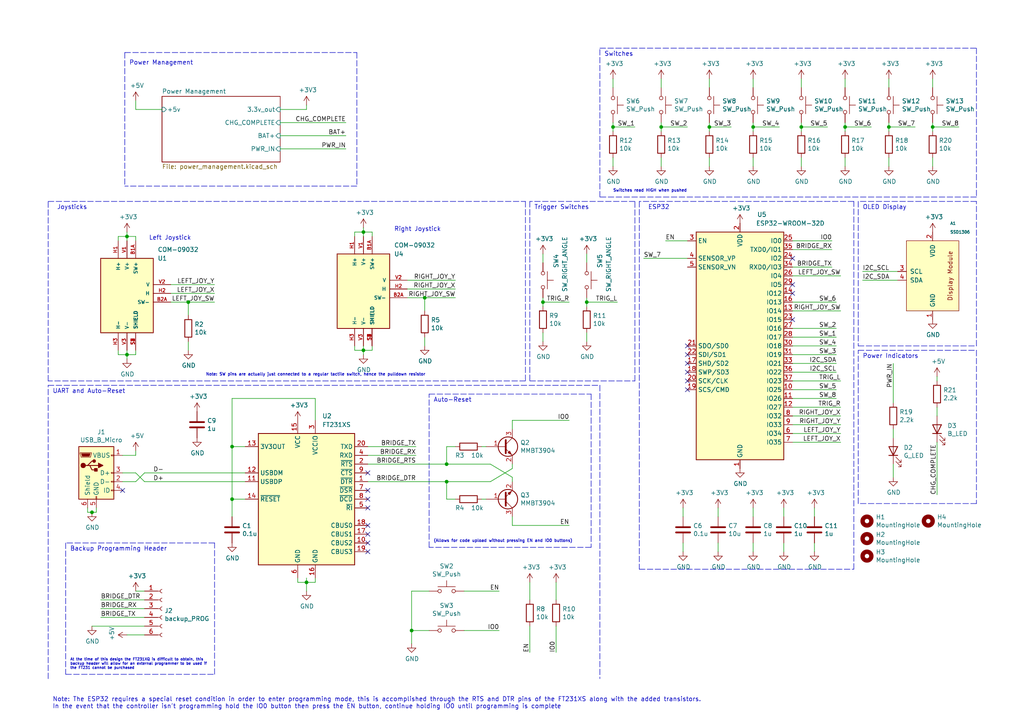
<source format=kicad_sch>
(kicad_sch (version 20211123) (generator eeschema)
  (paper "A4")
  (title_block (title "Makers Unified Controller") (date "2022-06-19") (rev "2") (company "Makers @ Oakland University") (comment 1 "Revision 1 & 2 Created By - Matthew James Bellafaire"))
  (junction (at 157.48 87.63))
  (junction (at 129.54 139.7))
  (junction (at 218.44 36.83))
  (junction (at 245.11 36.83))
  (junction (at 257.81 36.83))
  (junction (at 123.19 86.36))
  (junction (at 36.83 102.87))
  (junction (at 67.31 144.78))
  (junction (at 105.41 67.31))
  (junction (at 170.18 87.63))
  (junction (at 177.8 36.83))
  (junction (at 88.9 168.91))
  (junction (at 270.51 36.83))
  (junction (at 26.67 148.59))
  (junction (at 191.77 36.83))
  (junction (at 54.61 87.63))
  (junction (at 36.83 68.58))
  (junction (at 67.31 129.54))
  (junction (at 129.54 134.62))
  (junction (at 205.74 36.83))
  (junction (at 232.41 36.83))
  (junction (at 105.41 101.6))
  (junction (at 119.38 182.88))
  (no_connect (at 106.68 142.24))
  (no_connect (at 199.39 105.41))
  (no_connect (at 229.87 85.09))
  (no_connect (at 199.39 107.95))
  (no_connect (at 35.56 142.24))
  (no_connect (at 106.68 154.94))
  (no_connect (at 229.87 92.71))
  (no_connect (at 199.39 110.49))
  (no_connect (at 106.68 147.32))
  (no_connect (at 199.39 102.87))
  (no_connect (at 106.68 137.16))
  (no_connect (at 229.87 82.55))
  (no_connect (at 106.68 152.4))
  (no_connect (at 199.39 113.03))
  (no_connect (at 229.87 74.93))
  (no_connect (at 199.39 100.33))
  (no_connect (at 106.68 144.78))
  (no_connect (at 106.68 157.48))
  (no_connect (at 106.68 160.02))
  (wire (pts (xy 86.36 167.64) (xy 86.36 168.91)))
  (wire (pts (xy 119.38 182.88) (xy 119.38 171.45)))
  (polyline (pts (xy 248.92 100.33) (xy 283.21 100.33)))
  (wire (pts (xy 129.54 144.78) (xy 132.08 144.78)))
  (wire (pts (xy 232.41 36.83) (xy 232.41 38.1)))
  (polyline (pts (xy 13.97 111.76) (xy 173.99 111.76)))
  (wire (pts (xy 271.78 109.22) (xy 271.78 110.49)))
  (wire (pts (xy 257.81 36.83) (xy 257.81 38.1)))
  (wire (pts (xy 229.87 118.11) (xy 243.84 118.11)))
  (wire (pts (xy 81.28 39.37) (xy 100.33 39.37)))
  (wire (pts (xy 102.87 67.31) (xy 105.41 67.31)))
  (wire (pts (xy 148.59 135.89) (xy 142.24 139.7)))
  (wire (pts (xy 259.08 116.84) (xy 259.08 105.41)))
  (wire (pts (xy 245.11 22.86) (xy 245.11 25.4)))
  (wire (pts (xy 270.51 22.86) (xy 270.51 25.4)))
  (wire (pts (xy 129.54 129.54) (xy 132.08 129.54)))
  (wire (pts (xy 157.48 87.63) (xy 165.1 87.63)))
  (wire (pts (xy 26.67 148.59) (xy 27.94 148.59)))
  (wire (pts (xy 129.54 144.78) (xy 129.54 139.7)))
  (wire (pts (xy 148.59 134.62) (xy 148.59 135.89)))
  (polyline (pts (xy 36.195 15.24) (xy 103.505 15.24)))
  (polyline (pts (xy 13.97 196.85) (xy 13.97 111.76)))
  (polyline (pts (xy 173.99 13.97) (xy 283.21 13.97)))
  (polyline (pts (xy 173.99 57.15) (xy 173.99 13.97)))
  (wire (pts (xy 119.38 171.45) (xy 124.46 171.45)))
  (wire (pts (xy 36.83 68.58) (xy 36.83 67.31)))
  (wire (pts (xy 25.4 147.32) (xy 25.4 148.59)))
  (wire (pts (xy 245.11 35.56) (xy 245.11 36.83)))
  (wire (pts (xy 177.8 36.83) (xy 177.8 38.1)))
  (wire (pts (xy 229.87 110.49) (xy 243.84 110.49)))
  (wire (pts (xy 119.38 186.69) (xy 119.38 182.88)))
  (wire (pts (xy 39.37 68.58) (xy 39.37 69.85)))
  (wire (pts (xy 271.78 128.27) (xy 271.78 143.51)))
  (wire (pts (xy 191.77 45.72) (xy 191.77 48.26)))
  (wire (pts (xy 107.95 101.6) (xy 107.95 100.33)))
  (polyline (pts (xy 283.21 101.6) (xy 283.21 146.05)))
  (wire (pts (xy 177.8 36.83) (xy 184.15 36.83)))
  (wire (pts (xy 120.65 129.54) (xy 106.68 129.54)))
  (wire (pts (xy 198.12 147.32) (xy 198.12 149.86)))
  (wire (pts (xy 229.87 69.85) (xy 241.3 69.85)))
  (wire (pts (xy 67.31 144.78) (xy 67.31 149.86)))
  (wire (pts (xy 54.61 87.63) (xy 54.61 91.44)))
  (wire (pts (xy 229.87 95.25) (xy 242.57 95.25)))
  (wire (pts (xy 243.84 123.19) (xy 229.87 123.19)))
  (wire (pts (xy 102.87 100.33) (xy 102.87 101.6)))
  (wire (pts (xy 91.44 168.91) (xy 91.44 167.64)))
  (wire (pts (xy 198.12 157.48) (xy 198.12 160.02)))
  (wire (pts (xy 118.11 86.36) (xy 123.19 86.36)))
  (wire (pts (xy 177.8 22.86) (xy 177.8 25.4)))
  (wire (pts (xy 36.83 102.87) (xy 39.37 102.87)))
  (wire (pts (xy 29.21 179.07) (xy 41.91 179.07)))
  (wire (pts (xy 35.56 139.7) (xy 39.37 139.7)))
  (wire (pts (xy 148.59 152.4) (xy 165.1 152.4)))
  (wire (pts (xy 205.74 35.56) (xy 205.74 36.83)))
  (wire (pts (xy 35.56 137.16) (xy 39.37 137.16)))
  (polyline (pts (xy 19.05 195.58) (xy 62.23 195.58)))
  (wire (pts (xy 102.87 68.58) (xy 102.87 67.31)))
  (wire (pts (xy 191.77 36.83) (xy 191.77 38.1)))
  (wire (pts (xy 134.62 182.88) (xy 144.78 182.88)))
  (wire (pts (xy 39.37 137.16) (xy 41.91 139.7)))
  (wire (pts (xy 88.9 30.48) (xy 88.9 31.75)))
  (wire (pts (xy 124.46 182.88) (xy 119.38 182.88)))
  (wire (pts (xy 62.23 85.09) (xy 49.53 85.09)))
  (wire (pts (xy 157.48 96.52) (xy 157.48 99.06)))
  (wire (pts (xy 177.8 45.72) (xy 177.8 48.26)))
  (polyline (pts (xy 124.46 114.3) (xy 171.45 114.3)))
  (wire (pts (xy 132.08 83.82) (xy 118.11 83.82)))
  (wire (pts (xy 27.94 148.59) (xy 27.94 147.32)))
  (wire (pts (xy 148.59 138.43) (xy 142.24 134.62)))
  (wire (pts (xy 41.91 137.16) (xy 71.12 137.16)))
  (wire (pts (xy 191.77 35.56) (xy 191.77 36.83)))
  (wire (pts (xy 229.87 113.03) (xy 242.57 113.03)))
  (wire (pts (xy 270.51 45.72) (xy 270.51 48.26)))
  (wire (pts (xy 153.67 181.61) (xy 153.67 189.23)))
  (wire (pts (xy 241.3 77.47) (xy 229.87 77.47)))
  (wire (pts (xy 229.87 125.73) (xy 243.84 125.73)))
  (wire (pts (xy 241.3 72.39) (xy 229.87 72.39)))
  (wire (pts (xy 161.29 168.91) (xy 161.29 173.99)))
  (polyline (pts (xy 184.15 110.49) (xy 184.15 58.42)))
  (wire (pts (xy 36.83 68.58) (xy 39.37 68.58)))
  (wire (pts (xy 67.31 115.57) (xy 91.44 115.57)))
  (polyline (pts (xy 283.21 13.97) (xy 283.21 57.15)))
  (wire (pts (xy 105.41 101.6) (xy 105.41 102.87)))
  (wire (pts (xy 67.31 144.78) (xy 67.31 129.54)))
  (polyline (pts (xy 283.21 57.15) (xy 173.99 57.15)))
  (wire (pts (xy 105.41 67.31) (xy 105.41 66.04)))
  (wire (pts (xy 191.77 22.86) (xy 191.77 25.4)))
  (wire (pts (xy 34.29 102.87) (xy 36.83 102.87)))
  (wire (pts (xy 88.9 171.45) (xy 88.9 168.91)))
  (polyline (pts (xy 103.505 15.24) (xy 103.505 53.975)))
  (polyline (pts (xy 283.21 58.42) (xy 248.92 58.42)))
  (polyline (pts (xy 185.42 58.42) (xy 185.42 165.1)))
  (wire (pts (xy 25.4 148.59) (xy 26.67 148.59)))
  (wire (pts (xy 81.28 43.18) (xy 100.33 43.18)))
  (wire (pts (xy 229.87 102.87) (xy 242.57 102.87)))
  (wire (pts (xy 67.31 129.54) (xy 67.31 115.57)))
  (wire (pts (xy 243.84 80.01) (xy 229.87 80.01)))
  (wire (pts (xy 36.83 184.15) (xy 41.91 184.15)))
  (wire (pts (xy 134.62 171.45) (xy 144.78 171.45)))
  (wire (pts (xy 36.83 102.87) (xy 36.83 104.14)))
  (wire (pts (xy 205.74 36.83) (xy 212.09 36.83)))
  (wire (pts (xy 105.41 101.6) (xy 107.95 101.6)))
  (wire (pts (xy 41.91 139.7) (xy 71.12 139.7)))
  (wire (pts (xy 205.74 36.83) (xy 205.74 38.1)))
  (polyline (pts (xy 283.21 100.33) (xy 283.21 58.42)))
  (wire (pts (xy 218.44 35.56) (xy 218.44 36.83)))
  (wire (pts (xy 34.29 69.85) (xy 34.29 68.58)))
  (wire (pts (xy 88.9 168.91) (xy 91.44 168.91)))
  (wire (pts (xy 36.83 69.85) (xy 36.83 68.58)))
  (wire (pts (xy 157.48 87.63) (xy 157.48 88.9)))
  (wire (pts (xy 26.67 181.61) (xy 41.91 181.61)))
  (wire (pts (xy 105.41 100.33) (xy 105.41 101.6)))
  (wire (pts (xy 148.59 149.86) (xy 148.59 152.4)))
  (wire (pts (xy 245.11 36.83) (xy 252.73 36.83)))
  (wire (pts (xy 170.18 87.63) (xy 179.07 87.63)))
  (wire (pts (xy 218.44 22.86) (xy 218.44 25.4)))
  (wire (pts (xy 229.87 128.27) (xy 243.84 128.27)))
  (wire (pts (xy 139.7 129.54) (xy 140.97 129.54)))
  (wire (pts (xy 191.77 36.83) (xy 199.39 36.83)))
  (wire (pts (xy 170.18 86.36) (xy 170.18 87.63)))
  (wire (pts (xy 62.23 87.63) (xy 54.61 87.63)))
  (wire (pts (xy 129.54 139.7) (xy 142.24 139.7)))
  (polyline (pts (xy 184.15 58.42) (xy 153.67 58.42)))
  (polyline (pts (xy 247.65 58.42) (xy 185.42 58.42)))
  (wire (pts (xy 232.41 36.83) (xy 240.03 36.83)))
  (wire (pts (xy 35.56 132.08) (xy 39.37 132.08)))
  (wire (pts (xy 170.18 96.52) (xy 170.18 99.06)))
  (wire (pts (xy 243.84 120.65) (xy 229.87 120.65)))
  (polyline (pts (xy 171.45 114.3) (xy 171.45 158.75)))
  (wire (pts (xy 153.67 168.91) (xy 153.67 173.99)))
  (polyline (pts (xy 153.67 110.49) (xy 184.15 110.49)))
  (wire (pts (xy 36.83 101.6) (xy 36.83 102.87)))
  (wire (pts (xy 270.51 36.83) (xy 270.51 38.1)))
  (wire (pts (xy 39.37 171.45) (xy 41.91 171.45)))
  (polyline (pts (xy 13.97 58.42) (xy 152.4 58.42)))
  (polyline (pts (xy 19.05 157.48) (xy 19.05 195.58)))
  (wire (pts (xy 132.08 81.28) (xy 118.11 81.28)))
  (wire (pts (xy 236.22 160.02) (xy 236.22 157.48)))
  (wire (pts (xy 106.68 134.62) (xy 129.54 134.62)))
  (wire (pts (xy 232.41 22.86) (xy 232.41 25.4)))
  (wire (pts (xy 34.29 68.58) (xy 36.83 68.58)))
  (polyline (pts (xy 173.99 111.76) (xy 173.99 196.85)))
  (wire (pts (xy 218.44 36.83) (xy 226.06 36.83)))
  (wire (pts (xy 218.44 160.02) (xy 218.44 157.48)))
  (wire (pts (xy 62.23 82.55) (xy 49.53 82.55)))
  (wire (pts (xy 271.78 118.11) (xy 271.78 120.65)))
  (wire (pts (xy 199.39 74.93) (xy 186.69 74.93)))
  (wire (pts (xy 227.33 160.02) (xy 227.33 157.48)))
  (wire (pts (xy 106.68 139.7) (xy 129.54 139.7)))
  (wire (pts (xy 120.65 132.08) (xy 106.68 132.08)))
  (polyline (pts (xy 248.92 58.42) (xy 248.92 100.33)))
  (wire (pts (xy 91.44 115.57) (xy 91.44 121.92)))
  (wire (pts (xy 259.08 124.46) (xy 259.08 127)))
  (wire (pts (xy 218.44 36.83) (xy 218.44 38.1)))
  (wire (pts (xy 123.19 97.79) (xy 123.19 100.33)))
  (wire (pts (xy 270.51 36.83) (xy 278.13 36.83)))
  (wire (pts (xy 157.48 73.66) (xy 157.48 76.2)))
  (wire (pts (xy 229.87 100.33) (xy 242.57 100.33)))
  (wire (pts (xy 170.18 73.66) (xy 170.18 76.2)))
  (polyline (pts (xy 248.92 101.6) (xy 283.21 101.6)))
  (wire (pts (xy 88.9 31.75) (xy 81.28 31.75)))
  (wire (pts (xy 161.29 181.61) (xy 161.29 189.23)))
  (polyline (pts (xy 185.42 165.1) (xy 247.65 165.1)))
  (polyline (pts (xy 152.4 58.42) (xy 152.4 110.49)))
  (polyline (pts (xy 36.195 15.24) (xy 36.195 53.975)))
  (wire (pts (xy 242.57 105.41) (xy 229.87 105.41)))
  (wire (pts (xy 148.59 139.7) (xy 148.59 138.43)))
  (wire (pts (xy 177.8 35.56) (xy 177.8 36.83)))
  (wire (pts (xy 232.41 35.56) (xy 232.41 36.83)))
  (wire (pts (xy 105.41 68.58) (xy 105.41 67.31)))
  (wire (pts (xy 257.81 45.72) (xy 257.81 48.26)))
  (wire (pts (xy 245.11 45.72) (xy 245.11 48.26)))
  (polyline (pts (xy 247.65 165.1) (xy 247.65 58.42)))
  (wire (pts (xy 54.61 99.06) (xy 54.61 101.6)))
  (wire (pts (xy 236.22 147.32) (xy 236.22 149.86)))
  (wire (pts (xy 123.19 86.36) (xy 123.19 90.17)))
  (wire (pts (xy 205.74 45.72) (xy 205.74 48.26)))
  (polyline (pts (xy 153.67 58.42) (xy 153.67 110.49)))
  (wire (pts (xy 39.37 102.87) (xy 39.37 101.6)))
  (wire (pts (xy 107.95 67.31) (xy 107.95 68.58)))
  (polyline (pts (xy 13.97 110.49) (xy 13.97 58.42)))
  (wire (pts (xy 86.36 168.91) (xy 88.9 168.91)))
  (wire (pts (xy 157.48 86.36) (xy 157.48 87.63)))
  (wire (pts (xy 229.87 87.63) (xy 242.57 87.63)))
  (polyline (pts (xy 152.4 110.49) (xy 13.97 110.49)))
  (wire (pts (xy 129.54 134.62) (xy 142.24 134.62)))
  (wire (pts (xy 208.28 160.02) (xy 208.28 157.48)))
  (wire (pts (xy 29.21 176.53) (xy 41.91 176.53)))
  (polyline (pts (xy 62.23 157.48) (xy 19.05 157.48)))
  (wire (pts (xy 245.11 36.83) (xy 245.11 38.1)))
  (polyline (pts (xy 103.505 53.975) (xy 36.195 53.975)))
  (wire (pts (xy 148.59 121.92) (xy 165.1 121.92)))
  (wire (pts (xy 218.44 147.32) (xy 218.44 149.86)))
  (wire (pts (xy 34.29 101.6) (xy 34.29 102.87)))
  (wire (pts (xy 205.74 22.86) (xy 205.74 25.4)))
  (polyline (pts (xy 248.92 146.05) (xy 248.92 101.6)))
  (wire (pts (xy 259.08 134.62) (xy 259.08 138.43)))
  (wire (pts (xy 148.59 124.46) (xy 148.59 121.92)))
  (wire (pts (xy 257.81 36.83) (xy 265.43 36.83)))
  (wire (pts (xy 199.39 69.85) (xy 193.04 69.85)))
  (wire (pts (xy 139.7 144.78) (xy 140.97 144.78)))
  (wire (pts (xy 67.31 144.78) (xy 71.12 144.78)))
  (wire (pts (xy 105.41 67.31) (xy 107.95 67.31)))
  (wire (pts (xy 67.31 129.54) (xy 71.12 129.54)))
  (wire (pts (xy 232.41 45.72) (xy 232.41 48.26)))
  (wire (pts (xy 218.44 45.72) (xy 218.44 48.26)))
  (wire (pts (xy 227.33 147.32) (xy 227.33 149.86)))
  (wire (pts (xy 129.54 129.54) (xy 129.54 134.62)))
  (wire (pts (xy 229.87 90.17) (xy 243.84 90.17)))
  (wire (pts (xy 81.28 35.56) (xy 100.33 35.56)))
  (wire (pts (xy 29.21 173.99) (xy 41.91 173.99)))
  (wire (pts (xy 250.19 81.28) (xy 260.35 81.28)))
  (wire (pts (xy 88.9 167.64) (xy 88.9 168.91)))
  (polyline (pts (xy 62.23 195.58) (xy 62.23 157.48)))
  (wire (pts (xy 229.87 115.57) (xy 242.57 115.57)))
  (wire (pts (xy 39.37 139.7) (xy 41.91 137.16)))
  (wire (pts (xy 39.37 132.08) (xy 39.37 130.81)))
  (polyline (pts (xy 171.45 158.75) (xy 124.46 158.75)))
  (wire (pts (xy 250.19 78.74) (xy 260.35 78.74)))
  (wire (pts (xy 229.87 97.79) (xy 242.57 97.79)))
  (wire (pts (xy 257.81 35.56) (xy 257.81 36.83)))
  (wire (pts (xy 39.37 31.75) (xy 46.99 31.75)))
  (wire (pts (xy 242.57 107.95) (xy 229.87 107.95)))
  (wire (pts (xy 132.08 86.36) (xy 123.19 86.36)))
  (wire (pts (xy 102.87 101.6) (xy 105.41 101.6)))
  (wire (pts (xy 49.53 87.63) (xy 54.61 87.63)))
  (wire (pts (xy 208.28 147.32) (xy 208.28 149.86)))
  (wire (pts (xy 257.81 22.86) (xy 257.81 25.4)))
  (wire (pts (xy 39.37 29.21) (xy 39.37 31.75)))
  (wire (pts (xy 270.51 35.56) (xy 270.51 36.83)))
  (polyline (pts (xy 283.21 146.05) (xy 248.92 146.05)))
  (wire (pts (xy 170.18 87.63) (xy 170.18 88.9)))
  (polyline (pts (xy 124.46 158.75) (xy 124.46 114.3)))
  (text "ESP32" (at 187.96 60.96 0) (effects (font (size 1.27 1.27)) (justify left bottom)))
  (text "Joysticks" (at 16.51 60.96 0) (effects (font (size 1.27 1.27)) (justify left bottom)))
  (text "Left Joystick\n" (at 43.18 69.85 0) (effects (font (size 1.27 1.27)) (justify left bottom)))
  (text "Switches" (at 175.26 16.51 0) (effects (font (size 1.27 1.27)) (justify left bottom)))
  (text "OLED Display" (at 250.19 60.96 0) (effects (font (size 1.27 1.27)) (justify left bottom)))
  (text "Power Indicators" (at 250.19 104.14 0) (effects (font (size 1.27 1.27)) (justify left bottom)))
  (text "Switches read HIGH when pushed" (at 177.8 55.88 0) (effects (font (size 0.8382 0.8382)) (justify left bottom)))
  (text "Auto-Reset " (at 125.73 116.84 0) (effects (font (size 1.27 1.27)) (justify left bottom)))
  (text "Note: SW pins are actually just connected to a regular tactile switch, hence the pulldown resistor\n" (at 59.69 109.22 0) (effects (font (size 0.8382 0.8382)) (justify left bottom)))
  (text "Right Joystick" (at 114.3 67.31 0) (effects (font (size 1.27 1.27)) (justify left bottom)))
  (text "UART and Auto-Reset " (at 15.24 114.3 0) (effects (font (size 1.27 1.27)) (justify left bottom)))
  (text "TODO: \nRemove/fix charge circuit to prevent charger IC burning up when power is switched off" (at 303.53 22.86 0) (effects (font (size 1.27 1.27)) (justify left bottom)))
  (text "Backup Programming Header" (at 20.32 160.02 0) (effects (font (size 1.27 1.27)) (justify left bottom)))
  (text "Trigger Switches\n" (at 154.94 60.96 0) (effects (font (size 1.27 1.27)) (justify left bottom)))
  (text "Note: The ESP32 requires a special reset condition in order to enter programming mode, this is accomplished through the RTS and DTR pins of the FT231XS along with the added transistors. \nIn the event that the controller isn't programming hold the IO0 button then press the EN button, continue holding IO0 until programming is complete" (at 15.24 205.74 0) (effects (font (size 1.27 1.27)) (justify left bottom)))
  (text "At the time of this design the FT231XQ is difficult to obtain, this \nbackup header will allow for an external programmer to be used if\nthe FT231 cannot be purchased" (at 20.32 194.31 0) (effects (font (size 0.762 0.762)) (justify left bottom)))
  (text "Power Management" (at 37.465 19.05 0) (effects (font (size 1.27 1.27)) (justify left bottom)))
  (text "(Allows for code upload without pressing EN and IO0 buttons)" (at 125.73 157.48 0) (effects (font (size 0.8382 0.8382)) (justify left bottom)))
  (label "IO0" (at 161.29 189.23 90))
  (label "SW_8" (at 242.57 115.57 180))
  (label "BAT+" (at 100.33 39.37 180))
  (label "RIGHT_JOY_Y" (at 132.08 81.28 180))
  (label "RIGHT_JOY_SW" (at 243.84 90.17 180))
  (label "LEFT_JOY_X" (at 62.23 85.09 180))
  (label "BRIDGE_DTR" (at 29.21 173.99 0))
  (label "D-" (at 44.45 137.16 0))
  (label "EN" (at 153.67 189.23 90))
  (label "I2C_SCL" (at 250.19 78.74 0))
  (label "IO0" (at 165.1 121.92 180))
  (label "LEFT_JOY_X" (at 243.84 128.27 180))
  (label "LEFT_JOY_Y" (at 243.84 125.73 180))
  (label "CHG_COMPLETE" (at 100.33 35.56 180))
  (label "EN" (at 193.04 69.85 0))
  (label "SW_4" (at 242.57 100.33 180))
  (label "BRIDGE_TX" (at 241.3 77.47 180))
  (label "PWR_IN" (at 100.33 43.18 180))
  (label "BRIDGE_RX" (at 29.21 176.53 0))
  (label "BRIDGE_RX" (at 120.65 132.08 180))
  (label "SW_5" (at 240.03 36.83 180))
  (label "SW_3" (at 212.09 36.83 180))
  (label "TRIG_R" (at 165.1 87.63 180))
  (label "SW_6" (at 252.73 36.83 180))
  (label "SW_6" (at 242.57 87.63 180))
  (label "LEFT_JOY_SW" (at 243.84 80.01 180))
  (label "RIGHT_JOY_X" (at 132.08 83.82 180))
  (label "LEFT_JOY_Y" (at 62.23 82.55 180))
  (label "TRIG_R" (at 243.84 118.11 180))
  (label "RIGHT_JOY_X" (at 243.84 120.65 180))
  (label "SW_1" (at 184.15 36.83 180))
  (label "CHG_COMPLETE" (at 271.78 143.51 90))
  (label "BRIDGE_RTS" (at 120.65 134.62 180))
  (label "SW_2" (at 242.57 95.25 180))
  (label "BRIDGE_TX" (at 120.65 129.54 180))
  (label "SW_2" (at 199.39 36.83 180))
  (label "TRIG_L" (at 243.84 110.49 180))
  (label "SW_7" (at 186.69 74.93 0))
  (label "D+" (at 44.45 139.7 0))
  (label "RIGHT_JOY_SW" (at 132.08 86.36 180))
  (label "LEFT_JOY_SW" (at 62.23 87.63 180))
  (label "BRIDGE_RX" (at 241.3 72.39 180))
  (label "EN" (at 144.78 171.45 180))
  (label "SW_8" (at 278.13 36.83 180))
  (label "EN" (at 165.1 152.4 180))
  (label "I2C_SDA" (at 250.19 81.28 0))
  (label "SW_5" (at 242.57 113.03 180))
  (label "TRIG_L" (at 179.07 87.63 180))
  (label "I2C_SDA" (at 242.57 105.41 180))
  (label "SW_1" (at 242.57 97.79 180))
  (label "I2C_SCL" (at 242.57 107.95 180))
  (label "RIGHT_JOY_Y" (at 243.84 123.19 180))
  (label "IO0" (at 241.3 69.85 180))
  (label "SW_3" (at 242.57 102.87 180))
  (label "PWR_IN" (at 259.08 105.41 270))
  (label "SW_7" (at 265.43 36.83 180))
  (label "IO0" (at 144.78 182.88 180))
  (label "SW_4" (at 226.06 36.83 180))
  (label "BRIDGE_TX" (at 29.21 179.07 0))
  (label "BRIDGE_DTR" (at 120.65 139.7 180))
  (symbol (lib_id "Device:C") (at 67.31 153.67 0) (unit 1)
    (property "Reference" "C1" (at 70.231 152.5016 0) (effects (justify left)))
    (property "Value" "0.1u" (at 70.231 154.813 0) (effects (justify left)))
    (property "Footprint" "Capacitor_SMD:C_0805_2012Metric_Pad1.18x1.45mm_HandSolder" (effects hide))
    (property "digikey_part_number" "1276-1099-1-ND" (effects hide))
  )
  (symbol (lib_id "power:GND") (at 67.31 157.48 0) (unit 1)
    (property "Reference" "#PWR09" (effects hide))
    (property "Value" "GND" (at 67.437 161.8742 0))
  )
  (symbol (lib_id "power:GND") (at 88.9 171.45 0) (unit 1)
    (property "Reference" "#PWR013" (effects hide))
    (property "Value" "GND" (at 89.027 175.8442 0))
  )
  (symbol (lib_id "power:+3.3V") (at 86.36 121.92 0) (unit 1)
    (property "Reference" "#PWR012" (effects hide))
    (property "Value" "+3.3V" (at 86.741 117.5258 0))
  )
  (symbol (lib_id "power:+5V") (at 39.37 130.81 0) (unit 1)
    (property "Reference" "#PWR07" (effects hide))
    (property "Value" "+5V" (at 39.751 126.4158 0))
  )
  (symbol (lib_id "Mechanical:MountingHole") (at 251.46 151.13 0) (unit 1)
    (property "Reference" "H1" (at 254 149.9616 0) (effects (justify left)))
    (property "Value" "MountingHole" (at 254 152.273 0) (effects (justify left)))
    (property "Footprint" "MountingHole:MountingHole_3.2mm_M3_Pad_Via" (effects hide))
  )
  (symbol (lib_id "Mechanical:MountingHole") (at 251.46 156.21 0) (unit 1)
    (property "Reference" "H2" (at 254 155.0416 0) (effects (justify left)))
    (property "Value" "MountingHole" (at 254 157.353 0) (effects (justify left)))
    (property "Footprint" "MountingHole:MountingHole_3.2mm_M3_Pad_Via" (effects hide))
  )
  (symbol (lib_id "Mechanical:MountingHole") (at 251.46 161.29 0) (unit 1)
    (property "Reference" "H3" (at 254 160.1216 0) (effects (justify left)))
    (property "Value" "MountingHole" (at 254 162.433 0) (effects (justify left)))
    (property "Footprint" "MountingHole:MountingHole_3.2mm_M3_Pad_Via" (effects hide))
  )
  (symbol (lib_id "Mechanical:MountingHole") (at 269.24 151.13 0) (unit 1)
    (property "Reference" "H4" (at 271.78 149.9616 0) (effects (justify left)))
    (property "Value" "MountingHole" (at 271.78 152.273 0) (effects (justify left)))
    (property "Footprint" "MountingHole:MountingHole_3.2mm_M3_Pad_Via" (effects hide))
  )
  (symbol (lib_id "Transistor_BJT:MMBT3904") (at 146.05 129.54 0) (unit 1)
    (property "Reference" "Q2" (at 150.9014 128.3716 0) (effects (justify left)))
    (property "Value" "MMBT3904" (at 150.9014 130.683 0) (effects (justify left)))
    (property "Footprint" "Package_TO_SOT_SMD:SOT-23" (effects hide))
    (property "Datasheet" "https://www.onsemi.com/pub/Collateral/2N3903-D.PDF" (effects hide))
    (property "digikey_part_number" "MMBT3904TPMSCT-ND" (effects hide))
    (property "LCSC_part_number" "C20526" (effects hide))
  )
  (symbol (lib_id "Transistor_BJT:MMBT3904") (at 146.05 144.78 0) (mirror x) (unit 1)
    (property "Reference" "Q3" (at 150.9014 143.6116 0) (effects (justify left)))
    (property "Value" "MMBT3904" (at 150.9014 145.923 0) (effects (justify left)))
    (property "Footprint" "Package_TO_SOT_SMD:SOT-23" (effects hide))
    (property "Datasheet" "https://www.onsemi.com/pub/Collateral/2N3903-D.PDF" (effects hide))
    (property "digikey_part_number" "MMBT3904TPMSCT-ND" (effects hide))
    (property "LCSC_part_number" "C20526" (effects hide))
  )
  (symbol (lib_id "Device:C") (at 57.15 123.19 0) (unit 1)
    (property "Reference" "C9" (at 60.071 122.0216 0) (effects (justify left)))
    (property "Value" "1u" (at 60.071 124.333 0) (effects (justify left)))
    (property "Footprint" "Capacitor_SMD:C_0805_2012Metric_Pad1.18x1.45mm_HandSolder" (effects hide))
    (property "digikey_part_number" "1276-1275-1-ND" (effects hide))
    (property "LCSC_part_number" "C28323" (effects hide))
  )
  (symbol (lib_id "power:+3.3V") (at 57.15 119.38 0) (unit 1)
    (property "Reference" "#PWR061" (effects hide))
    (property "Value" "+3.3V" (at 57.531 114.9858 0))
  )
  (symbol (lib_id "power:GND") (at 57.15 127 0) (unit 1)
    (property "Reference" "#PWR062" (effects hide))
    (property "Value" "GND" (at 57.277 131.3942 0))
  )
  (symbol (lib_id "Device:R") (at 135.89 144.78 90) (unit 1)
    (property "Reference" "R4" (at 133.35 147.32 90))
    (property "Value" "10k" (at 138.43 147.32 90))
    (property "Footprint" "Resistor_SMD:R_0805_2012Metric_Pad1.20x1.40mm_HandSolder" (effects hide))
    (property "digikey_part_number" "RMCF0805JT10K0CT-ND" (effects hide))
    (property "LCSC_part_number" "C17414" (effects hide))
  )
  (symbol (lib_id "Device:R") (at 135.89 129.54 90) (unit 1)
    (property "Reference" "R3" (at 133.35 132.08 90))
    (property "Value" "10k" (at 138.43 132.08 90))
    (property "Footprint" "Resistor_SMD:R_0805_2012Metric_Pad1.20x1.40mm_HandSolder" (effects hide))
    (property "digikey_part_number" "RMCF0805JT10K0CT-ND" (effects hide))
    (property "LCSC_part_number" "C17414" (effects hide))
  )
  (symbol (lib_id "Project_Imports:1571563-4") (at 129.54 182.88 0) (unit 1)
    (property "Reference" "SW3" (at 129.54 175.641 0))
    (property "Value" "SW_Push" (at 129.54 177.9524 0))
    (property "Footprint" "Footprint_Imports:SW_1571563-4" (effects hide))
    (property "Datasheet" "https://www.te.com/commerce/DocumentDelivery/DDEController?Action=showdoc&DocId=Customer+Drawing%7F2-1437565-7%7FV%7Fpdf%7FEnglish%7FENG_CD_2-1437565-7_V.pdf%7F1571563-4" (effects hide))
    (property "digikey_part_number" "450-2055-1-ND" (effects hide))
  )
  (symbol (lib_id "Project_Imports:1571563-4") (at 129.54 171.45 0) (unit 1)
    (property "Reference" "SW2" (at 129.54 164.211 0))
    (property "Value" "SW_Push" (at 129.54 166.5224 0))
    (property "Footprint" "Footprint_Imports:SW_1571563-4" (effects hide))
    (property "Datasheet" "https://www.te.com/commerce/DocumentDelivery/DDEController?Action=showdoc&DocId=Customer+Drawing%7F2-1437565-7%7FV%7Fpdf%7FEnglish%7FENG_CD_2-1437565-7_V.pdf%7F1571563-4" (effects hide))
    (property "digikey_part_number" "450-2055-1-ND" (effects hide))
  )
  (symbol (lib_id "power:GND") (at 119.38 186.69 0) (unit 1)
    (property "Reference" "#PWR020" (effects hide))
    (property "Value" "GND" (at 119.507 191.0842 0))
  )
  (symbol (lib_id "Device:R") (at 153.67 177.8 0) (unit 1)
    (property "Reference" "R8" (at 155.448 176.6316 0) (effects (justify left)))
    (property "Value" "10k" (at 155.448 178.943 0) (effects (justify left)))
    (property "Footprint" "Resistor_SMD:R_0805_2012Metric_Pad1.20x1.40mm_HandSolder" (effects hide))
    (property "digikey_part_number" "RMCF0805JT10K0CT-ND" (effects hide))
    (property "LCSC_part_number" "C17414" (effects hide))
  )
  (symbol (lib_id "Device:R") (at 161.29 177.8 0) (unit 1)
    (property "Reference" "R10" (at 163.068 176.6316 0) (effects (justify left)))
    (property "Value" "10k" (at 163.068 178.943 0) (effects (justify left)))
    (property "Footprint" "Resistor_SMD:R_0805_2012Metric_Pad1.20x1.40mm_HandSolder" (effects hide))
    (property "digikey_part_number" "RMCF0805JT10K0CT-ND" (effects hide))
    (property "LCSC_part_number" "C17414" (effects hide))
  )
  (symbol (lib_id "power:+3.3V") (at 153.67 168.91 0) (unit 1)
    (property "Reference" "#PWR024" (effects hide))
    (property "Value" "+3.3V" (at 154.051 164.5158 0))
  )
  (symbol (lib_id "power:+3.3V") (at 161.29 168.91 0) (unit 1)
    (property "Reference" "#PWR027" (effects hide))
    (property "Value" "+3.3V" (at 161.671 164.5158 0))
  )
  (symbol (lib_id "Device:C") (at 208.28 153.67 0) (unit 1)
    (property "Reference" "C7" (at 211.201 152.5016 0) (effects (justify left)))
    (property "Value" "10u" (at 211.201 154.813 0) (effects (justify left)))
    (property "Footprint" "Capacitor_SMD:C_0805_2012Metric_Pad1.18x1.45mm_HandSolder" (effects hide))
    (property "digikey_part_number" "1276-6455-1-ND" (effects hide))
    (property "LCSC_part_number" "C15850" (effects hide))
  )
  (symbol (lib_id "Device:C") (at 218.44 153.67 0) (unit 1)
    (property "Reference" "C8" (at 221.361 152.5016 0) (effects (justify left)))
    (property "Value" "1u" (at 221.361 154.813 0) (effects (justify left)))
    (property "Footprint" "Capacitor_SMD:C_0805_2012Metric_Pad1.18x1.45mm_HandSolder" (effects hide))
    (property "digikey_part_number" "1276-1275-1-ND" (effects hide))
    (property "LCSC_part_number" "C28323" (effects hide))
  )
  (symbol (lib_id "power:GND") (at 214.63 135.89 0) (unit 1)
    (property "Reference" "#PWR041" (effects hide))
    (property "Value" "GND" (at 214.757 140.2842 0))
  )
  (symbol (lib_id "Device:C") (at 198.12 153.67 0) (unit 1)
    (property "Reference" "C6" (at 201.041 152.5016 0) (effects (justify left)))
    (property "Value" "0.1u" (at 201.041 154.813 0) (effects (justify left)))
    (property "Footprint" "Capacitor_SMD:C_0805_2012Metric_Pad1.18x1.45mm_HandSolder" (effects hide))
    (property "digikey_part_number" "1276-1099-1-ND" (effects hide))
  )
  (symbol (lib_id "power:+3.3V") (at 214.63 64.77 0) (unit 1)
    (property "Reference" "#PWR040" (effects hide))
    (property "Value" "+3.3V" (at 215.011 60.3758 0))
  )
  (symbol (lib_id "power:+3.3V") (at 208.28 147.32 0) (unit 1)
    (property "Reference" "#PWR042" (effects hide))
    (property "Value" "+3.3V" (at 208.661 142.9258 0))
  )
  (symbol (lib_id "power:+3.3V") (at 218.44 147.32 0) (unit 1)
    (property "Reference" "#PWR046" (effects hide))
    (property "Value" "+3.3V" (at 218.821 142.9258 0))
  )
  (symbol (lib_id "power:+3.3V") (at 198.12 147.32 0) (unit 1)
    (property "Reference" "#PWR036" (effects hide))
    (property "Value" "+3.3V" (at 198.501 142.9258 0))
  )
  (symbol (lib_id "power:GND") (at 208.28 160.02 0) (unit 1)
    (property "Reference" "#PWR043" (effects hide))
    (property "Value" "GND" (at 208.407 164.4142 0))
  )
  (symbol (lib_id "power:GND") (at 218.44 160.02 0) (unit 1)
    (property "Reference" "#PWR047" (effects hide))
    (property "Value" "GND" (at 218.567 164.4142 0))
  )
  (symbol (lib_id "power:GND") (at 198.12 160.02 0) (unit 1)
    (property "Reference" "#PWR037" (effects hide))
    (property "Value" "GND" (at 198.247 164.4142 0))
  )
  (symbol (lib_id "Project_Imports:COM-09032") (at 36.83 85.09 0) (unit 1)
    (property "Reference" "U1" (at 45.72 74.93 0) (effects (justify left)))
    (property "Value" "COM-09032" (at 45.72 72.39 0) (effects (justify left)))
    (property "Footprint" "XDCR_COM-09032" (effects hide))
    (property "STANDARD" "Manufacturer Recommendations" (effects hide))
    (property "PARTREV" "N/A" (effects hide))
    (property "MAXIMUM_PACKAGE_HEIGHT" "30.1mm" (effects hide))
    (property "MANUFACTURER" "SparkFun Electronics" (effects hide))
    (property "digikey_part_number" "COM-09032" (effects hide))
  )
  (symbol (lib_id "power:+3.3V") (at 36.83 67.31 0) (unit 1)
    (property "Reference" "#PWR010" (effects hide))
    (property "Value" "+3.3V" (at 37.211 62.9158 0))
  )
  (symbol (lib_id "Device:R") (at 54.61 95.25 0) (unit 1)
    (property "Reference" "R2" (at 56.388 94.0816 0) (effects (justify left)))
    (property "Value" "10k" (at 56.388 96.393 0) (effects (justify left)))
    (property "Footprint" "Resistor_SMD:R_0805_2012Metric_Pad1.20x1.40mm_HandSolder" (effects hide))
    (property "digikey_part_number" "RMCF0805JT10K0CT-ND" (effects hide))
    (property "LCSC_part_number" "C17414" (effects hide))
  )
  (symbol (lib_id "Switch:SW_Push") (at 170.18 81.28 270) (unit 1)
    (property "Reference" "SW5" (at 173.99 73.66 0) (effects (justify left)))
    (property "Value" "SW_RIGHT_ANGLE" (at 176.53 68.58 0) (effects (justify left)))
    (property "Footprint" "Footprint_Imports:1825027-8" (effects hide))
    (property "digikey_part_number" "450-1657-ND" (effects hide))
  )
  (symbol (lib_id "power:GND") (at 36.83 104.14 0) (unit 1)
    (property "Reference" "#PWR011" (effects hide))
    (property "Value" "GND" (at 36.957 108.5342 0))
  )
  (symbol (lib_id "power:GND") (at 54.61 101.6 0) (unit 1)
    (property "Reference" "#PWR015" (effects hide))
    (property "Value" "GND" (at 54.737 105.9942 0))
  )
  (symbol (lib_id "Project_Imports:COM-09032") (at 105.41 83.82 0) (unit 1)
    (property "Reference" "U4" (at 114.3 73.66 0) (effects (justify left)))
    (property "Value" "COM-09032" (at 114.3 71.12 0) (effects (justify left)))
    (property "Footprint" "XDCR_COM-09032" (effects hide))
    (property "STANDARD" "Manufacturer Recommendations" (effects hide))
    (property "PARTREV" "N/A" (effects hide))
    (property "MAXIMUM_PACKAGE_HEIGHT" "30.1mm" (effects hide))
    (property "MANUFACTURER" "SparkFun Electronics" (effects hide))
    (property "digikey_part_number" "COM-09032" (effects hide))
  )
  (symbol (lib_id "power:+3.3V") (at 105.41 66.04 0) (unit 1)
    (property "Reference" "#PWR018" (effects hide))
    (property "Value" "+3.3V" (at 105.791 61.6458 0))
  )
  (symbol (lib_id "Device:R") (at 123.19 93.98 0) (unit 1)
    (property "Reference" "R5" (at 124.968 92.8116 0) (effects (justify left)))
    (property "Value" "10k" (at 124.968 95.123 0) (effects (justify left)))
    (property "Footprint" "Resistor_SMD:R_0805_2012Metric_Pad1.20x1.40mm_HandSolder" (effects hide))
    (property "digikey_part_number" "RMCF0805JT10K0CT-ND" (effects hide))
    (property "LCSC_part_number" "C17414" (effects hide))
  )
  (symbol (lib_id "power:GND") (at 105.41 102.87 0) (unit 1)
    (property "Reference" "#PWR019" (effects hide))
    (property "Value" "GND" (at 105.537 107.2642 0))
  )
  (symbol (lib_id "power:GND") (at 123.19 100.33 0) (unit 1)
    (property "Reference" "#PWR021" (effects hide))
    (property "Value" "GND" (at 123.317 104.7242 0))
  )
  (symbol (lib_id "Connector:USB_B_Micro") (at 27.94 137.16 0) (unit 1)
    (property "Reference" "J1" (at 29.3878 125.2982 0))
    (property "Value" "USB_B_Micro" (at 29.3878 127.6096 0))
    (property "Footprint" "Footprint_Imports:AMPHENOL_10118192-0002LF" (effects hide))
    (property "digikey_part_number" "609-4613-1-ND" (effects hide))
  )
  (symbol (lib_id "power:GND") (at 26.67 148.59 0) (unit 1)
    (property "Reference" "#PWR02" (effects hide))
    (property "Value" "GND" (at 26.797 152.9842 0))
  )
  (symbol (lib_id "power:GND") (at 227.33 160.02 0) (unit 1)
    (property "Reference" "#PWR0101" (effects hide))
    (property "Value" "GND" (at 227.457 164.4142 0))
  )
  (symbol (lib_id "power:+3.3V") (at 227.33 147.32 0) (unit 1)
    (property "Reference" "#PWR0102" (effects hide))
    (property "Value" "+3.3V" (at 227.711 142.9258 0))
  )
  (symbol (lib_id "Device:C") (at 227.33 153.67 0) (unit 1)
    (property "Reference" "C10" (at 230.251 152.5016 0) (effects (justify left)))
    (property "Value" "1u" (at 230.251 154.813 0) (effects (justify left)))
    (property "Footprint" "Capacitor_SMD:C_0805_2012Metric_Pad1.18x1.45mm_HandSolder" (effects hide))
    (property "digikey_part_number" "1276-1275-1-ND" (effects hide))
    (property "LCSC_part_number" "C28323" (effects hide))
  )
  (symbol (lib_id "Project_Imports:1571563-4") (at 205.74 30.48 270) (unit 1)
    (property "Reference" "SW8" (at 209.4992 29.3116 90) (effects (justify left)))
    (property "Value" "SW_Push" (at 209.4992 31.623 90) (effects (justify left)))
    (property "Footprint" "Footprint_Imports:SW_1571563-4" (effects hide))
    (property "Datasheet" "https://www.te.com/commerce/DocumentDelivery/DDEController?Action=showdoc&DocId=Customer+Drawing%7F2-1437565-7%7FV%7Fpdf%7FEnglish%7FENG_CD_2-1437565-7_V.pdf%7F1571563-4" (effects hide))
    (property "digikey_part_number" "450-2055-1-ND" (effects hide))
  )
  (symbol (lib_id "Device:R") (at 205.74 41.91 0) (unit 1)
    (property "Reference" "R14" (at 207.518 40.7416 0) (effects (justify left)))
    (property "Value" "10k" (at 207.518 43.053 0) (effects (justify left)))
    (property "Footprint" "Resistor_SMD:R_0805_2012Metric_Pad1.20x1.40mm_HandSolder" (effects hide))
    (property "digikey_part_number" "RMCF0805JT10K0CT-ND" (effects hide))
    (property "LCSC_part_number" "C17414" (effects hide))
  )
  (symbol (lib_id "power:GND") (at 205.74 48.26 0) (unit 1)
    (property "Reference" "#PWR039" (effects hide))
    (property "Value" "GND" (at 205.867 52.6542 0))
  )
  (symbol (lib_id "power:+3.3V") (at 205.74 22.86 0) (unit 1)
    (property "Reference" "#PWR038" (effects hide))
    (property "Value" "+3.3V" (at 206.121 18.4658 0))
  )
  (symbol (lib_id "RF_Module:ESP32-WROOM-32D") (at 214.63 100.33 0) (unit 1)
    (property "Reference" "U5" (at 220.98 62.23 0))
    (property "Value" "ESP32-WROOM-32D" (at 229.235 64.77 0))
    (property "Footprint" "RF_Module:ESP32-WROOM-32" (effects hide))
    (property "Datasheet" "https://www.espressif.com/sites/default/files/documentation/esp32-wroom-32d_esp32-wroom-32u_datasheet_en.pdf" (effects hide))
    (property "digikey_part_number" "1965-ESP32-WROOM-32D-N4CT-ND" (effects hide))
    (property "LCSC_part_number" "C473012" (effects hide))
  )
  (symbol (lib_id "Project_Imports:1571563-4") (at 218.44 30.48 270) (unit 1)
    (property "Reference" "SW9" (at 222.1992 29.3116 90) (effects (justify left)))
    (property "Value" "SW_Push" (at 222.1992 31.623 90) (effects (justify left)))
    (property "Footprint" "Footprint_Imports:SW_1571563-4" (effects hide))
    (property "Datasheet" "https://www.te.com/commerce/DocumentDelivery/DDEController?Action=showdoc&DocId=Customer+Drawing%7F2-1437565-7%7FV%7Fpdf%7FEnglish%7FENG_CD_2-1437565-7_V.pdf%7F1571563-4" (effects hide))
    (property "digikey_part_number" "450-2055-1-ND" (effects hide))
  )
  (symbol (lib_id "Device:R") (at 218.44 41.91 0) (unit 1)
    (property "Reference" "R15" (at 220.218 40.7416 0) (effects (justify left)))
    (property "Value" "10k" (at 220.218 43.053 0) (effects (justify left)))
    (property "Footprint" "Resistor_SMD:R_0805_2012Metric_Pad1.20x1.40mm_HandSolder" (effects hide))
    (property "digikey_part_number" "RMCF0805JT10K0CT-ND" (effects hide))
    (property "LCSC_part_number" "C17414" (effects hide))
  )
  (symbol (lib_id "power:GND") (at 218.44 48.26 0) (unit 1)
    (property "Reference" "#PWR045" (effects hide))
    (property "Value" "GND" (at 218.567 52.6542 0))
  )
  (symbol (lib_id "power:+3.3V") (at 218.44 22.86 0) (unit 1)
    (property "Reference" "#PWR044" (effects hide))
    (property "Value" "+3.3V" (at 218.821 18.4658 0))
  )
  (symbol (lib_id "Project_Imports:1571563-4") (at 232.41 30.48 270) (unit 1)
    (property "Reference" "SW10" (at 236.1692 29.3116 90) (effects (justify left)))
    (property "Value" "SW_Push" (at 236.1692 31.623 90) (effects (justify left)))
    (property "Footprint" "Footprint_Imports:SW_1571563-4" (effects hide))
    (property "Datasheet" "https://www.te.com/commerce/DocumentDelivery/DDEController?Action=showdoc&DocId=Customer+Drawing%7F2-1437565-7%7FV%7Fpdf%7FEnglish%7FENG_CD_2-1437565-7_V.pdf%7F1571563-4" (effects hide))
    (property "digikey_part_number" "450-2055-1-ND" (effects hide))
  )
  (symbol (lib_id "Device:R") (at 232.41 41.91 0) (unit 1)
    (property "Reference" "R16" (at 234.188 40.7416 0) (effects (justify left)))
    (property "Value" "10k" (at 234.188 43.053 0) (effects (justify left)))
    (property "Footprint" "Resistor_SMD:R_0805_2012Metric_Pad1.20x1.40mm_HandSolder" (effects hide))
    (property "digikey_part_number" "RMCF0805JT10K0CT-ND" (effects hide))
    (property "LCSC_part_number" "C17414" (effects hide))
  )
  (symbol (lib_id "power:GND") (at 232.41 48.26 0) (unit 1)
    (property "Reference" "#PWR049" (effects hide))
    (property "Value" "GND" (at 232.537 52.6542 0))
  )
  (symbol (lib_id "power:+3.3V") (at 232.41 22.86 0) (unit 1)
    (property "Reference" "#PWR048" (effects hide))
    (property "Value" "+3.3V" (at 232.791 18.4658 0))
  )
  (symbol (lib_id "Project_Imports:1571563-4") (at 245.11 30.48 270) (unit 1)
    (property "Reference" "SW11" (at 248.8692 29.3116 90) (effects (justify left)))
    (property "Value" "SW_Push" (at 248.8692 31.623 90) (effects (justify left)))
    (property "Footprint" "Footprint_Imports:SW_1571563-4" (effects hide))
    (property "Datasheet" "https://www.te.com/commerce/DocumentDelivery/DDEController?Action=showdoc&DocId=Customer+Drawing%7F2-1437565-7%7FV%7Fpdf%7FEnglish%7FENG_CD_2-1437565-7_V.pdf%7F1571563-4" (effects hide))
    (property "digikey_part_number" "450-2055-1-ND" (effects hide))
  )
  (symbol (lib_id "Device:R") (at 245.11 41.91 0) (unit 1)
    (property "Reference" "R17" (at 246.888 40.7416 0) (effects (justify left)))
    (property "Value" "10k" (at 246.888 43.053 0) (effects (justify left)))
    (property "Footprint" "Resistor_SMD:R_0805_2012Metric_Pad1.20x1.40mm_HandSolder" (effects hide))
    (property "digikey_part_number" "RMCF0805JT10K0CT-ND" (effects hide))
    (property "LCSC_part_number" "C17414" (effects hide))
  )
  (symbol (lib_id "power:GND") (at 245.11 48.26 0) (unit 1)
    (property "Reference" "#PWR051" (effects hide))
    (property "Value" "GND" (at 245.237 52.6542 0))
  )
  (symbol (lib_id "power:+3.3V") (at 245.11 22.86 0) (unit 1)
    (property "Reference" "#PWR050" (effects hide))
    (property "Value" "+3.3V" (at 245.491 18.4658 0))
  )
  (symbol (lib_id "Project_Imports:1571563-4") (at 257.81 30.48 270) (unit 1)
    (property "Reference" "SW12" (at 261.5692 29.3116 90) (effects (justify left)))
    (property "Value" "SW_Push" (at 261.5692 31.623 90) (effects (justify left)))
    (property "Footprint" "Footprint_Imports:SW_1571563-4" (effects hide))
    (property "Datasheet" "https://www.te.com/commerce/DocumentDelivery/DDEController?Action=showdoc&DocId=Customer+Drawing%7F2-1437565-7%7FV%7Fpdf%7FEnglish%7FENG_CD_2-1437565-7_V.pdf%7F1571563-4" (effects hide))
    (property "digikey_part_number" "450-2055-1-ND" (effects hide))
  )
  (symbol (lib_id "Device:R") (at 257.81 41.91 0) (unit 1)
    (property "Reference" "R18" (at 259.588 40.7416 0) (effects (justify left)))
    (property "Value" "10k" (at 259.588 43.053 0) (effects (justify left)))
    (property "Footprint" "Resistor_SMD:R_0805_2012Metric_Pad1.20x1.40mm_HandSolder" (effects hide))
    (property "digikey_part_number" "RMCF0805JT10K0CT-ND" (effects hide))
    (property "LCSC_part_number" "C17414" (effects hide))
  )
  (symbol (lib_id "power:GND") (at 257.81 48.26 0) (unit 1)
    (property "Reference" "#PWR053" (effects hide))
    (property "Value" "GND" (at 257.937 52.6542 0))
  )
  (symbol (lib_id "power:+3.3V") (at 257.81 22.86 0) (unit 1)
    (property "Reference" "#PWR052" (effects hide))
    (property "Value" "+3.3V" (at 258.191 18.4658 0))
  )
  (symbol (lib_id "Project_Imports:1571563-4") (at 270.51 30.48 270) (unit 1)
    (property "Reference" "SW13" (at 274.2692 29.3116 90) (effects (justify left)))
    (property "Value" "SW_Push" (at 274.2692 31.623 90) (effects (justify left)))
    (property "Footprint" "Footprint_Imports:SW_1571563-4" (effects hide))
    (property "Datasheet" "https://www.te.com/commerce/DocumentDelivery/DDEController?Action=showdoc&DocId=Customer+Drawing%7F2-1437565-7%7FV%7Fpdf%7FEnglish%7FENG_CD_2-1437565-7_V.pdf%7F1571563-4" (effects hide))
    (property "digikey_part_number" "450-2055-1-ND" (effects hide))
  )
  (symbol (lib_id "Device:R") (at 270.51 41.91 0) (unit 1)
    (property "Reference" "R20" (at 272.288 40.7416 0) (effects (justify left)))
    (property "Value" "10k" (at 272.288 43.053 0) (effects (justify left)))
    (property "Footprint" "Resistor_SMD:R_0805_2012Metric_Pad1.20x1.40mm_HandSolder" (effects hide))
    (property "digikey_part_number" "RMCF0805JT10K0CT-ND" (effects hide))
    (property "LCSC_part_number" "C17414" (effects hide))
  )
  (symbol (lib_id "power:GND") (at 270.51 48.26 0) (unit 1)
    (property "Reference" "#PWR056" (effects hide))
    (property "Value" "GND" (at 270.637 52.6542 0))
  )
  (symbol (lib_id "power:+3.3V") (at 270.51 22.86 0) (unit 1)
    (property "Reference" "#PWR055" (effects hide))
    (property "Value" "+3.3V" (at 270.891 18.4658 0))
  )
  (symbol (lib_id "Project_Imports:1571563-4") (at 191.77 30.48 270) (unit 1)
    (property "Reference" "SW7" (at 195.5292 29.3116 90) (effects (justify left)))
    (property "Value" "SW_Push" (at 195.5292 31.623 90) (effects (justify left)))
    (property "Footprint" "Footprint_Imports:SW_1571563-4" (effects hide))
    (property "Datasheet" "https://www.te.com/commerce/DocumentDelivery/DDEController?Action=showdoc&DocId=Customer+Drawing%7F2-1437565-7%7FV%7Fpdf%7FEnglish%7FENG_CD_2-1437565-7_V.pdf%7F1571563-4" (effects hide))
    (property "digikey_part_number" "450-2055-1-ND" (effects hide))
  )
  (symbol (lib_id "Device:R") (at 191.77 41.91 0) (unit 1)
    (property "Reference" "R13" (at 193.548 40.7416 0) (effects (justify left)))
    (property "Value" "10k" (at 193.548 43.053 0) (effects (justify left)))
    (property "Footprint" "Resistor_SMD:R_0805_2012Metric_Pad1.20x1.40mm_HandSolder" (effects hide))
    (property "digikey_part_number" "RMCF0805JT10K0CT-ND" (effects hide))
    (property "LCSC_part_number" "C17414" (effects hide))
  )
  (symbol (lib_id "power:GND") (at 191.77 48.26 0) (unit 1)
    (property "Reference" "#PWR035" (effects hide))
    (property "Value" "GND" (at 191.897 52.6542 0))
  )
  (symbol (lib_id "power:+3.3V") (at 191.77 22.86 0) (unit 1)
    (property "Reference" "#PWR034" (effects hide))
    (property "Value" "+3.3V" (at 192.151 18.4658 0))
  )
  (symbol (lib_id "Project_Imports:1571563-4") (at 177.8 30.48 270) (unit 1)
    (property "Reference" "SW6" (at 181.5592 29.3116 90) (effects (justify left)))
    (property "Value" "SW_Push" (at 181.5592 31.623 90) (effects (justify left)))
    (property "Footprint" "Footprint_Imports:SW_1571563-4" (effects hide))
    (property "Datasheet" "https://www.te.com/commerce/DocumentDelivery/DDEController?Action=showdoc&DocId=Customer+Drawing%7F2-1437565-7%7FV%7Fpdf%7FEnglish%7FENG_CD_2-1437565-7_V.pdf%7F1571563-4" (effects hide))
    (property "digikey_part_number" "450-2055-1-ND" (effects hide))
  )
  (symbol (lib_id "Device:R") (at 177.8 41.91 0) (unit 1)
    (property "Reference" "R12" (at 179.578 40.7416 0) (effects (justify left)))
    (property "Value" "10k" (at 179.578 43.053 0) (effects (justify left)))
    (property "Footprint" "Resistor_SMD:R_0805_2012Metric_Pad1.20x1.40mm_HandSolder" (effects hide))
    (property "digikey_part_number" "RMCF0805JT10K0CT-ND" (effects hide))
    (property "LCSC_part_number" "C17414" (effects hide))
  )
  (symbol (lib_id "power:GND") (at 177.8 48.26 0) (unit 1)
    (property "Reference" "#PWR033" (effects hide))
    (property "Value" "GND" (at 177.927 52.6542 0))
  )
  (symbol (lib_id "power:+3.3V") (at 177.8 22.86 0) (unit 1)
    (property "Reference" "#PWR032" (effects hide))
    (property "Value" "+3.3V" (at 178.181 18.4658 0))
  )
  (symbol (lib_id "Connector:Conn_01x06_Female") (at 46.99 176.53 0) (unit 1)
    (property "Reference" "J2" (at 47.7012 177.1396 0) (effects (justify left)))
    (property "Value" "backup_PROG" (at 47.7012 179.451 0) (effects (justify left)))
    (property "Footprint" "Footprint_Imports:backup_prog_header" (effects hide))
  )
  (symbol (lib_id "power:GND") (at 236.22 160.02 0) (unit 1)
    (property "Reference" "#PWR0103" (effects hide))
    (property "Value" "GND" (at 236.347 164.4142 0))
  )
  (symbol (lib_id "power:+3.3V") (at 236.22 147.32 0) (unit 1)
    (property "Reference" "#PWR0104" (effects hide))
    (property "Value" "+3.3V" (at 236.601 142.9258 0))
  )
  (symbol (lib_id "Device:C") (at 236.22 153.67 0) (unit 1)
    (property "Reference" "C11" (at 239.141 152.5016 0) (effects (justify left)))
    (property "Value" "1u" (at 239.141 154.813 0) (effects (justify left)))
    (property "Footprint" "Capacitor_SMD:C_0805_2012Metric_Pad1.18x1.45mm_HandSolder" (effects hide))
    (property "digikey_part_number" "1276-1275-1-ND" (effects hide))
    (property "LCSC_part_number" "C28323" (effects hide))
  )
  (symbol (lib_id "power:+3.3V") (at 39.37 171.45 0) (unit 1)
    (property "Reference" "#PWR08" (effects hide))
    (property "Value" "+3.3V" (at 39.751 167.0558 0))
  )
  (symbol (lib_id "power:GND") (at 26.67 181.61 0) (unit 1)
    (property "Reference" "#PWR03" (effects hide))
    (property "Value" "GND" (at 26.797 186.0042 0))
  )
  (symbol (lib_id "power:+5V") (at 36.83 184.15 90) (unit 1)
    (property "Reference" "#PWR06" (effects hide))
    (property "Value" "+5V" (at 32.4358 183.769 0))
  )
  (symbol (lib_id "Switch:SW_Push") (at 157.48 81.28 270) (unit 1)
    (property "Reference" "SW4" (at 161.29 73.66 0) (effects (justify left)))
    (property "Value" "SW_RIGHT_ANGLE" (at 163.83 68.58 0) (effects (justify left)))
    (property "Footprint" "Footprint_Imports:1825027-8" (effects hide))
    (property "digikey_part_number" "450-1657-ND" (effects hide))
  )
  (symbol (lib_id "Device:R") (at 157.48 92.71 0) (unit 1)
    (property "Reference" "R9" (at 159.258 91.5416 0) (effects (justify left)))
    (property "Value" "10k" (at 159.258 93.853 0) (effects (justify left)))
    (property "Footprint" "Resistor_SMD:R_0805_2012Metric_Pad1.20x1.40mm_HandSolder" (effects hide))
    (property "digikey_part_number" "RMCF0805JT10K0CT-ND" (effects hide))
    (property "LCSC_part_number" "C17414" (effects hide))
  )
  (symbol (lib_id "power:GND") (at 157.48 99.06 0) (unit 1)
    (property "Reference" "#PWR026" (effects hide))
    (property "Value" "GND" (at 157.607 103.4542 0))
  )
  (symbol (lib_id "power:+3.3V") (at 157.48 73.66 0) (unit 1)
    (property "Reference" "#PWR025" (effects hide))
    (property "Value" "+3.3V" (at 157.861 69.2658 0))
  )
  (symbol (lib_id "Device:R") (at 170.18 92.71 0) (unit 1)
    (property "Reference" "R11" (at 171.958 91.5416 0) (effects (justify left)))
    (property "Value" "10k" (at 171.958 93.853 0) (effects (justify left)))
    (property "Footprint" "Resistor_SMD:R_0805_2012Metric_Pad1.20x1.40mm_HandSolder" (effects hide))
    (property "digikey_part_number" "RMCF0805JT10K0CT-ND" (effects hide))
    (property "LCSC_part_number" "C17414" (effects hide))
  )
  (symbol (lib_id "power:GND") (at 170.18 99.06 0) (unit 1)
    (property "Reference" "#PWR031" (effects hide))
    (property "Value" "GND" (at 170.307 103.4542 0))
  )
  (symbol (lib_id "power:+3.3V") (at 170.18 73.66 0) (unit 1)
    (property "Reference" "#PWR030" (effects hide))
    (property "Value" "+3.3V" (at 170.561 69.2658 0))
  )
  (symbol (lib_id "Project_Imports:SSD1306") (at 270.51 80.01 0) (unit 1)
    (property "Reference" "A1" (at 275.59 64.77 0) (effects (font (size 0.8382 0.8382)) (justify left)))
    (property "Value" "SSD1306" (at 275.59 67.31 0) (effects (font (size 0.8382 0.8382)) (justify left)))
    (property "Footprint" "Footprint_Imports:SSD1306" (effects hide))
  )
  (symbol (lib_id "power:+3.3V") (at 270.51 67.31 0) (unit 1)
    (property "Reference" "#PWR057" (effects hide))
    (property "Value" "+3.3V" (at 270.891 62.9158 0))
  )
  (symbol (lib_id "power:GND") (at 270.51 92.71 0) (unit 1)
    (property "Reference" "#PWR058" (effects hide))
    (property "Value" "GND" (at 270.637 97.1042 0))
  )
  (symbol (lib_id "Device:LED") (at 259.08 130.81 90) (unit 1)
    (property "Reference" "D2" (at 262.0772 129.8194 90) (effects (justify right)))
    (property "Value" "G_LED" (at 262.0772 132.1308 90) (effects (justify right)))
    (property "Footprint" "LED_SMD:LED_0805_2012Metric_Pad1.15x1.40mm_HandSolder" (effects hide))
    (property "digikey_part_number" "160-1218-1-ND" (effects hide))
    (property "LCSC_part_number" "C2297" (effects hide))
  )
  (symbol (lib_id "Device:LED") (at 271.78 124.46 90) (unit 1)
    (property "Reference" "D3" (at 274.7772 123.4694 90) (effects (justify right)))
    (property "Value" "B_LED" (at 274.7772 125.7808 90) (effects (justify right)))
    (property "Footprint" "LED_SMD:LED_0805_2012Metric_Pad1.15x1.40mm_HandSolder" (effects hide))
    (property "digikey_part_number" "732-4982-1-ND" (effects hide))
    (property "LCSC_part_number" "C2293" (effects hide))
  )
  (symbol (lib_id "Device:R") (at 259.08 120.65 0) (unit 1)
    (property "Reference" "R19" (at 260.858 119.4816 0) (effects (justify left)))
    (property "Value" "2.2k" (at 260.858 121.793 0) (effects (justify left)))
    (property "Footprint" "Resistor_SMD:R_0805_2012Metric_Pad1.20x1.40mm_HandSolder" (effects hide))
    (property "digikey_part_number" "RMCF0805JT2K20CT-ND" (effects hide))
  )
  (symbol (lib_id "Device:R") (at 271.78 114.3 0) (unit 1)
    (property "Reference" "R21" (at 273.558 113.1316 0) (effects (justify left)))
    (property "Value" "2.2k" (at 273.558 115.443 0) (effects (justify left)))
    (property "Footprint" "Resistor_SMD:R_0805_2012Metric_Pad1.20x1.40mm_HandSolder" (effects hide))
    (property "digikey_part_number" "RMCF0805JT2K20CT-ND" (effects hide))
  )
  (symbol (lib_id "power:GND") (at 259.08 138.43 0) (unit 1)
    (property "Reference" "#PWR054" (effects hide))
    (property "Value" "GND" (at 259.207 142.8242 0))
  )
  (symbol (lib_id "power:+5V") (at 271.78 109.22 0) (unit 1)
    (property "Reference" "#PWR059" (effects hide))
    (property "Value" "+5V" (at 272.161 104.8258 0))
  )
  (symbol (lib_id "power:+5V") (at 39.37 29.21 0) (unit 1)
    (property "Reference" "#PWR0105" (effects hide))
    (property "Value" "+5V" (at 39.751 24.8158 0))
  )
  (symbol (lib_id "power:+3.3V") (at 88.9 30.48 0) (unit 1)
    (property "Reference" "#PWR0106" (effects hide))
    (property "Value" "+3.3V" (at 89.281 26.0858 0))
  )
  (symbol (lib_id "Interface_USB:FT231XS") (at 88.9 144.78 0) (unit 1)
    (property "Reference" "U2" (at 93.4594 120.65 0) (effects (justify left)))
    (property "Value" "FT231XS" (at 93.4594 123.19 0) (effects (justify left)))
    (property "Footprint" "Package_SO:SSOP-20_3.9x8.7mm_P0.635mm" (effects hide))
    (property "Datasheet" "https://www.ftdichip.com/Support/Documents/DataSheets/ICs/DS_FT231X.pdf" (effects hide))
    (property "digikey_part_number" "768-1129-1-ND" (effects hide))
  )
  (sheet (at 46.99 27.94) (size 34.29 19.05) (stroke (width 0.1524))
    (property "Sheet name" "Power Management" (at 46.99 27.2284 0) (effects (justify left bottom)))
    (property "Sheet file" "power_management.kicad_sch" (at 46.99 47.5746 0) (effects (justify left top)))
    (pin "+5v" input (at 46.99 31.75 180))
    (pin "3.3v_out" input (at 81.28 31.75 0))
    (pin "CHG_COMPLETE" input (at 81.28 35.56 0))
    (pin "BAT+" input (at 81.28 39.37 0))
    (pin "PWR_IN" input (at 81.28 43.18 0))
  )
)
</source>
